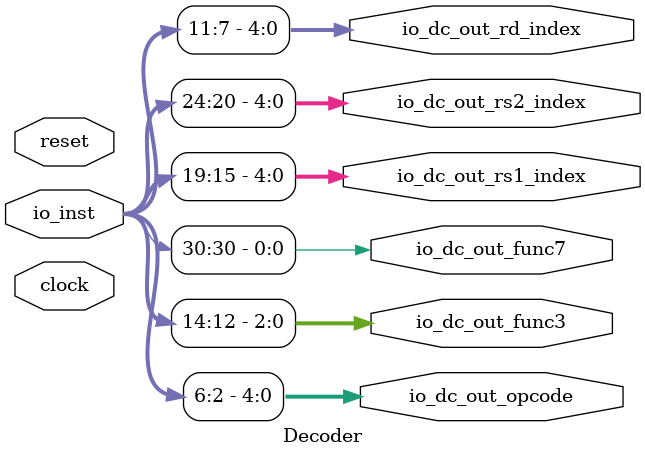
<source format=v>
module Decoder(
  input         clock,
  input         reset,
  input  [31:0] io_inst,
  output [4:0]  io_dc_out_opcode,
  output [2:0]  io_dc_out_func3,
  output        io_dc_out_func7,
  output [4:0]  io_dc_out_rs1_index,
  output [4:0]  io_dc_out_rs2_index,
  output [4:0]  io_dc_out_rd_index
);
  assign io_dc_out_opcode = io_inst[6:2]; // @[Deocder.scala 14:30]
  assign io_dc_out_func3 = io_inst[14:12]; // @[Deocder.scala 15:29]
  assign io_dc_out_func7 = io_inst[30]; // @[Deocder.scala 16:29]
  assign io_dc_out_rs1_index = io_inst[19:15]; // @[Deocder.scala 17:33]
  assign io_dc_out_rs2_index = io_inst[24:20]; // @[Deocder.scala 18:33]
  assign io_dc_out_rd_index = io_inst[11:7]; // @[Deocder.scala 19:32]
endmodule

</source>
